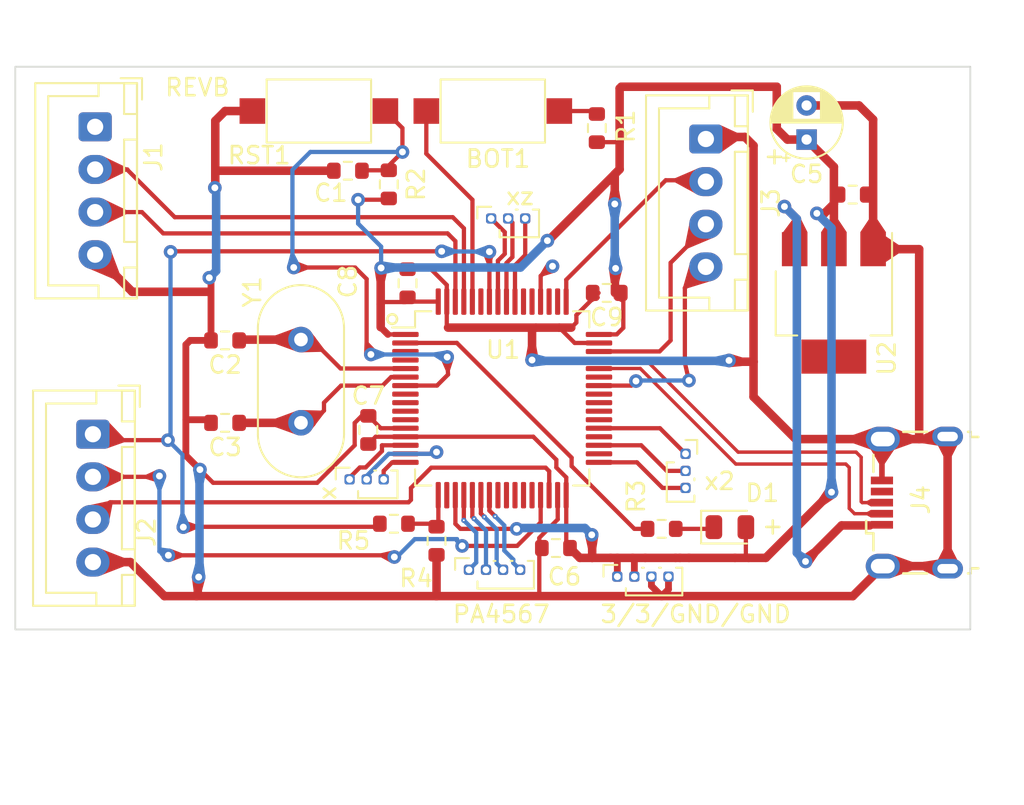
<source format=kicad_pcb>
(kicad_pcb (version 20230410) (generator pcbnew)
  (layers (0 "F.Cu" signal) (31 "B.Cu" signal) (34 "B.Paste" user) (35 "F.Paste" user) (36 "B.SilkS" user "B.Silkscreen") (37 "F.SilkS" user "F.Silkscreen") (38 "B.Mask" user) (39 "F.Mask" user) (44 "Edge.Cuts" user))
  (net 0 "")
  (net 1 "+3.3V")
  (net 2 "Net-(U1-PC13)")
  (net 5 "Net-(U1-PF0)")
  (net 6 "Net-(U1-PF1)")
  (net 7 "Net-(U1-NRST)")
  (net 12 "GND")
  (net 13 "unconnected-(U1-PA0-Pad14)")
  (net 14 "unconnected-(U1-PA1-Pad15)")
  (net 15 "unconnected-(U1-PA2-Pad16)")
  (net 16 "Net-(U1-PA3)")
  (net 18 "unconnected-(U1-PA4-Pad20)")
  (net 19 "unconnected-(U1-PA5-Pad21)")
  (net 20 "unconnected-(U1-PA6-Pad22)")
  (net 21 "unconnected-(U1-PA7-Pad23)")
  (net 27 "OUT_UART_TX")
  (net 28 "OUT_UART_RX")
  (net 29 "unconnected-(U1-PB12-Pad33)")
  (net 32 "unconnected-(U1-PC6-Pad37)")
  (net 37 "UART_TX")
  (net 39 "D-")
  (net 40 "D+")
  (net 41 "SWDIO")
  (net 42 "SWDCLK")
  (net 45 "unconnected-(U1-PC11-Pad52)")
  (net 48 "unconnected-(U1-PB3-Pad55)")
  (net 49 "unconnected-(U1-PB4-Pad56)")
  (net 50 "unconnected-(U1-PB5-Pad57)")
  (net 51 "INOUT_NRESET")
  (net 53 "Net-(U1-BOOT0)")
  (net 54 "OUT_SWDIO")
  (net 55 "OUT_SWDCLK")
  (net 56 "Net-(D1-K)")
  (net 57 "Net-(J4-VBUS)")
  (net 60 "Net-(BOT1-Pad1)")
  (net 61 "IN_FORCE_DFU")
  (footprint "Connector_USB:USB_Micro-B_Wuerth_629105150521" (layer "F.Cu") (at 154.717184 92.561501 90)
    (fp_text reference "J4")
    (fp_text value "USB_OTG")
  )
  (footprint "Resistor_SMD:R_0603_1608Metric" (layer "F.Cu") (at 139.9 94.1)
    (fp_text reference "R3")
    (fp_text value "330")
  )
  (footprint "Resistor_SMD:R_0603_1608Metric" (layer "F.Cu") (at 151.1 74.5)
    (fp_text reference "C5")
    (fp_text value "100n")
  )
  (footprint "Connector_PinSocket_1.00mm:PinSocket_1x04_P1.00mm_Vertical" (layer "F.Cu") (at 137.3 96.9 90)
    (fp_text reference "3/3/GND/GND")
    (fp_text value "PinSocket_1x04_P1.00mm_Vertical")
  )
  (footprint "Resistor_SMD:R_0603_1608Metric" (layer "F.Cu") (at 133.7 95.225 180)
    (fp_text reference "C6")
    (fp_text value "100n")
  )
  (footprint "Resistor_SMD:R_0603_1608Metric" (layer "F.Cu") (at 136.1 70.6 90)
    (fp_text reference "R1")
    (fp_text value "10k")
  )
  (footprint "Button_Switch_SMD:SW_SPST_CK_RS282G05A3" (layer "F.Cu") (at 119.8 69.6 180)
    (fp_text reference "RST1")
    (fp_text value "SW_DIP_x01")
  )
  (footprint "Resistor_SMD:R_0603_1608Metric" (layer "F.Cu") (at 122.7 88.3 90)
    (fp_text reference "C7")
    (fp_text value "100n")
  )
  (footprint "Package_TO_SOT_SMD:SOT-223" (layer "F.Cu") (at 150 80.85 -90)
    (fp_text reference "U2")
    (fp_text value "LM1117-3.3")
  )
  (footprint "Button_Switch_SMD:SW_SPST_CK_RS282G05A3" (layer "F.Cu") (at 130 69.6 180)
    (fp_text reference "BOT1")
    (fp_text value "SW_DIP_x01")
  )
  (footprint "Connector_JST:JST_XH_B4B-XH-A_1x04_P2.50mm_Vertical" (layer "F.Cu") (at 106.55 88.55 -90)
    (fp_text reference "J2")
    (fp_text value "BMP Debug2")
  )
  (footprint "Resistor_SMD:R_0603_1608Metric" (layer "F.Cu") (at 121.5 73.1 180)
    (fp_text reference "C1")
    (fp_text value "100n")
  )
  (footprint "Diode_SMD:D_0805_2012Metric" (layer "F.Cu") (at 143.9 94)
    (fp_text reference "D1")
    (fp_text value "LED")
  )
  (footprint "Resistor_SMD:R_0603_1608Metric" (layer "F.Cu") (at 126.7 94.8 90)
    (fp_text reference "R4")
    (fp_text value "1k")
  )
  (footprint "Connector_PinSocket_1.00mm:PinSocket_1x04_P1.00mm_Vertical" (layer "F.Cu") (at 128.6 96.5 90)
    (fp_text reference "PA4567")
    (fp_text value "PinSocket_1x04_P1.00mm_Vertical")
  )
  (footprint "Connector_PinSocket_1.00mm:PinSocket_1x03_P1.00mm_Vertical" (layer "F.Cu") (at 141.3 89.7)
    (fp_text reference "x2")
    (fp_text value "PinSocket_1x03_P1.00mm_Vertical")
  )
  (footprint "Capacitor_THT:CP_Radial_D4.0mm_P2.00mm" (layer "F.Cu") (at 148.4 71.2726 90)
    (fp_text reference "C4" hide)
    (fp_text value "100u")
  )
  (footprint "Connector_PinSocket_1.00mm:PinSocket_1x03_P1.00mm_Vertical" (layer "F.Cu") (at 121.6 91.2 90)
    (fp_text reference "x")
    (fp_text value "PinSocket_1x03_P1.00mm_Vertical")
  )
  (footprint "Resistor_SMD:R_0603_1608Metric" (layer "F.Cu") (at 125 79.7 90)
    (fp_text reference "C8")
    (fp_text value "100n")
  )
  (footprint "Resistor_SMD:R_0603_1608Metric" (layer "F.Cu") (at 123.9 73.9 90)
    (fp_text reference "R2")
    (fp_text value "10k")
  )
  (footprint "Resistor_SMD:R_0603_1608Metric" (layer "F.Cu") (at 114.3 87.884 180)
    (fp_text reference "C3")
    (fp_text value "10pf")
  )
  (footprint "Connector_JST:JST_XH_B4B-XH-A_1x04_P2.50mm_Vertical" (layer "F.Cu") (at 106.68 70.525 -90)
    (fp_text reference "J1")
    (fp_text value "BMP Debug1")
  )
  (footprint "Resistor_SMD:R_0603_1608Metric" (layer "F.Cu") (at 136.68 80.264 180)
    (fp_text reference "C9")
    (fp_text value "100n")
  )
  (footprint "Crystal:Crystal_HC49-U_Vertical" (layer "F.Cu") (at 118.75 83 -90)
    (fp_text reference "Y1")
    (fp_text value "Crystal")
  )
  (footprint "Resistor_SMD:R_0603_1608Metric" (layer "F.Cu") (at 114.3 83.05 180)
    (fp_text reference "C2")
    (fp_text value "10pf")
  )
  (footprint "Resistor_SMD:R_0603_1608Metric" (layer "F.Cu") (at 124.2 93.8)
    (fp_text reference "R5")
    (fp_text value "1k")
  )
  (footprint "Package_QFP:LQFP-64_10x10mm_P0.5mm" (layer "F.Cu") (at 130.55 86.45)
    (fp_text reference "U1")
    (fp_text value "CH32V303RCT6")
  )
  (footprint "Connector_PinSocket_1.00mm:PinSocket_1x03_P1.00mm_Vertical" (layer "F.Cu") (at 129.9 75.9 90)
    (fp_text reference "xz")
    (fp_text value "PinSocket_1x03_P1.00mm_Vertical")
  )
  (footprint "Connector_JST:JST_XH_B4B-XH-A_1x04_P2.50mm_Vertical" (layer "F.Cu") (at 142.494 71.24 -90)
    (fp_text reference "J3")
    (fp_text value "Debug port")
  )
  (gr_circle (center 124.1 81.8) (end 123.9 81.6) (stroke (width 0.15)) (fill none) (layer "F.SilkS"))
  (gr_rect (start 102 67) (end 158 100) (stroke (width 0.1)) (fill none) (layer "Edge.Cuts"))
  (gr_text "+" (at 145.7 94.5) (layer "F.SilkS") (effects (font (size 1 1)) (justify left bottom)))
  (gr_text "REVB\n" (at 110.7 68.8) (layer "F.SilkS") (effects (font (size 1 1)) (justify left bottom)))
  (gr_text "+" (at 145.8 72.8) (layer "F.SilkS") (effects (font (size 1 1)) (justify left bottom)))
  (segment (start 144.8375 94) (end 144.8375 95.6395) (width 0.25) (layer "F.Cu") (net 1))
  (segment (start 124.875 80.8) (end 123.55 80.8) (width 0.25) (layer "F.Cu") (net 1))
  (segment (start 147.2726 71.2726) (end 146.65 70.65) (width 0.5) (layer "F.Cu") (net 1))
  (segment (start 137.16 78.865) (end 137.2 78.825) (width 0.25) (layer "F.Cu") (net 1))
  (segment (start 136.906 95.802) (end 135.825 95.802) (width 0.5) (layer "F.Cu") (net 1))
  (segment (start 136.231 82.697) (end 137.267 82.697) (width 0.25) (layer "F.Cu") (net 1))
  (segment (start 144.2 95.802) (end 141.5 95.802) (width 0.5) (layer "F.Cu") (net 1))
  (segment (start 123.425 78.825) (end 123.45 78.8) (width 0.25) (layer "F.Cu") (net 1))
  (segment (start 137.435 71.4) (end 137.435 68.275) (width 0.5) (layer "F.Cu") (net 1))
  (segment (start 150 72.8726) (end 148.4 71.2726) (width 0.5) (layer "F.Cu") (net 1))
  (segment (start 141.5 95.802) (end 140.97 95.802) (width 0.5) (layer "F.Cu") (net 1))
  (segment (start 149.86 91.948) (end 146.006 95.802) (width 0.5) (layer "F.Cu") (net 1))
  (segment (start 123.847 82.697) (end 123.425 82.275) (width 0.4) (layer "F.Cu") (net 1))
  (segment (start 135.8 94.45) (end 135.7 94.45) (width 0.5) (layer "F.Cu") (net 1))
  (segment (start 138.938 95.802) (end 138.2 95.802) (width 0.5) (layer "F.Cu") (net 1))
  (segment (start 135.825 94.575) (end 135.8 94.55) (width 0.5) (layer "F.Cu") (net 1))
  (segment (start 138.2 95.802) (end 137.3 95.802) (width 0.5) (layer "F.Cu") (net 1))
  (segment (start 135.7 94.45) (end 135.725 94.475) (width 0.5) (layer "F.Cu") (net 1))
  (segment (start 125.25 80.775) (end 126.8 80.775) (width 0.25) (layer "F.Cu") (net 1))
  (segment (start 123.425 78.775) (end 123.425 78.75) (width 0.25) (layer "F.Cu") (net 1))
  (segment (start 123.825 74.8) (end 123.9 74.725) (width 0.25) (layer "F.Cu") (net 1))
  (segment (start 137.2 78.825) (end 137.16 78.785) (width 0.25) (layer "F.Cu") (net 1))
  (segment (start 140.97 95.802) (end 140.716 95.802) (width 0.5) (layer "F.Cu") (net 1))
  (segment (start 150 75.044) (end 150 72.8726) (width 0.5) (layer "F.Cu") (net 1))
  (segment (start 128.1 94.1) (end 131.4 94.1) (width 0.25) (layer "F.Cu") (net 1))
  (segment (start 137.435 73.015) (end 137.435 71.4) (width 0.5) (layer "F.Cu") (net 1))
  (segment (start 148.4 71.2726) (end 147.2726 71.2726) (width 0.5) (layer "F.Cu") (net 1))
  (segment (start 124.875 88.7) (end 123.129 88.7) (width 0.25) (layer "F.Cu") (net 1))
  (segment (start 137.3 96.9) (end 137.3 95.802) (width 0.4) (layer "F.Cu") (net 1))
  (segment (start 145 95.802) (end 144.2 95.802) (width 0.5) (layer "F.Cu") (net 1))
  (segment (start 135.8 94.55) (end 135.8 94.45) (width 0.5) (layer "F.Cu") (net 1))
  (segment (start 134.306 91.085312) (end 134.306 95.006) (width 0.25) (layer "F.Cu") (net 1))
  (segment (start 146.65 70.65) (end 146.65 68.175) (width 0.5) (layer "F.Cu") (net 1))
  (segment (start 137.16 80.264) (end 137.16 78.865) (width 0.5) (layer "F.Cu") (net 1))
  (segment (start 134.306 95.006) (end 134.525 95.225) (width 0.25) (layer "F.Cu") (net 1))
  (segment (start 123.45 78.8) (end 123.425 78.775) (width 0.25) (layer "F.Cu") (net 1))
  (segment (start 137.15 73.3) (end 137.435 73.015) (width 0.5) (layer "F.Cu") (net 1))
  (segment (start 150 77.7) (end 150 75.044) (width 0.5) (layer "F.Cu") (net 1))
  (segment (start 123.425 82.275) (end 123.425 80.925) (width 0.5) (layer "F.Cu") (net 1))
  (segment (start 127.806 92.122) (end 127.806 93.806) (width 0.25) (layer "F.Cu") (net 1))
  (segment (start 127.806 93.806) (end 128.1 94.1) (width 0.25) (layer "F.Cu") (net 1))
  (segment (start 133.25 77.2) (end 136.075 74.375) (width 0.5) (layer "F.Cu") (net 1))
  (segment (start 135.825 95.802) (end 135.825 94.575) (width 0.5) (layer "F.Cu") (net 1))
  (segment (start 125 80.525) (end 125.25 80.775) (width 0.25) (layer "F.Cu") (net 1))
  (segment (start 137.267 82.697) (end 137.6515 82.3125) (width 0.25) (layer "F.Cu") (net 1))
  (segment (start 122.1 74.8) (end 123.825 74.8) (width 0.25) (layer "F.Cu") (net 1))
  (segment (start 137.535 68.175) (end 137.435 68.275) (width 0.5) (layer "F.Cu") (net 1))
  (segment (start 137.41 71.425) (end 137.435 71.4) (width 0.25) (layer "F.Cu") (net 1))
  (segment (start 144.8375 95.6395) (end 145 95.802) (width 0.25) (layer "F.Cu") (net 1))
  (segment (start 138.3 95.902) (end 138.2 95.802) (width 0.25) (layer "F.Cu") (net 1))
  (segment (start 136.075 74.375) (end 137.435 73.015) (width 0.5) (layer "F.Cu") (net 1))
  (segment (start 133.725 90.05) (end 133.725 90.504312) (width 0.25) (layer "F.Cu") (net 1))
  (segment (start 146.65 68.175) (end 137.535 68.175) (width 0.5) (layer "F.Cu") (net 1))
  (segment (start 137.3 95.802) (end 136.906 95.802) (width 0.5) (layer "F.Cu") (net 1))
  (segment (start 136.1 71.425) (end 137.41 71.425) (width 0.25) (layer "F.Cu") (net 1))
  (segment (start 149 75.6) (end 149.444 75.6) (width 0.5) (layer "F.Cu") (net 1))
  (segment (start 134.525 95.225) (end 135.102 95.802) (width 0.5) (layer "F.Cu") (net 1))
  (segment (start 137.6515 80.7555) (end 137.16 80.264) (width 0.25) (layer "F.Cu") (net 1))
  (segment (start 132.372 88.697) (end 133.725 90.05) (width 0.25) (layer "F.Cu") (net 1))
  (segment (start 124.881 82.697) (end 123.847 82.697) (width 0.25) (layer "F.Cu") (net 1))
  (segment (start 146.006 95.802) (end 145 95.802) (width 0.5) (layer "F.Cu") (net 1))
  (segment (start 138.3 96.9) (end 138.3 95.902) (width 0.4) (layer "F.Cu") (net 1))
  (segment (start 149.444 75.6) (end 150 75.044) (width 0.5) (layer "F.Cu") (net 1))
  (segment (start 123.129 88.7) (end 123.049 88.78) (width 0.25) (layer "F.Cu") (net 1))
  (segment (start 137.15 75.05) (end 137.15 73.3) (width 0.5) (layer "F.Cu") (net 1))
  (segment (start 123.425 80.925) (end 123.425 78.825) (width 0.5) (layer "F.Cu") (net 1))
  (segment (start 135.102 95.802) (end 135.825 95.802) (width 0.5) (layer "F.Cu") (net 1))
  (segment (start 123.425 78.75) (end 123.45 78.725) (width 0.25) (layer "F.Cu") (net 1))
  (segment (start 123.55 80.8) (end 123.425 80.925) (width 0.25) (layer "F.Cu") (net 1))
  (segment (start 124.881 88.697) (end 132.372 88.697) (width 0.25) (layer "F.Cu") (net 1))
  (segment (start 133.725 90.504312) (end 134.306 91.085312) (width 0.25) (layer "F.Cu") (net 1))
  (segment (start 140.716 95.802) (end 138.938 95.802) (width 0.5) (layer "F.Cu") (net 1))
  (segment (start 137.6515 82.3125) (end 137.6515 80.7555) (width 0.25) (layer "F.Cu") (net 1))
  (via (at 123.45 78.8) (size 0.8) (drill 0.4) (layers "F.Cu" "B.Cu") (net 1))
  (via (at 131.4 94.1) (size 0.8) (drill 0.4) (layers "F.Cu" "B.Cu") (net 1))
  (via (at 149 75.6) (size 0.8) (drill 0.4) (layers "F.Cu" "B.Cu") (net 1))
  (via (at 149.86 91.948) (size 0.8) (drill 0.4) (layers "F.Cu" "B.Cu") (net 1))
  (via (at 137.15 75.05) (size 0.8) (drill 0.4) (layers "F.Cu" "B.Cu") (net 1))
  (via (at 137.2 78.825) (size 0.8) (drill 0.4) (layers "F.Cu" "B.Cu") (net 1))
  (via (at 122.1 74.8) (size 0.8) (drill 0.4) (layers "F.Cu" "B.Cu") (net 1))
  (via (at 135.8 94.45) (size 0.8) (drill 0.4) (layers "F.Cu" "B.Cu") (net 1))
  (via (at 133.2 77.2) (size 0.8) (drill 0.4) (layers "F.Cu" "B.Cu") (net 1))
  (segment (start 123.55 78.775) (end 123.575 78.775) (width 0.25) (layer "B.Cu") (net 1))
  (segment (start 122.1 76.2) (end 122.1 74.8) (width 0.25) (layer "B.Cu") (net 1))
  (segment (start 135.4 94.05) (end 131.45 94.05) (width 0.5) (layer "B.Cu") (net 1))
  (segment (start 133.2 77.2) (end 131.625 78.775) (width 0.5) (layer "B.Cu") (net 1))
  (segment (start 149.86 76.46) (end 149 75.6) (width 0.5) (layer "B.Cu") (net 1))
  (segment (start 123.6 78.775) (end 123.45 78.75) (width 0.25) (layer "B.Cu") (net 1))
  (segment (start 123.45 78.75) (end 123.55 78.775) (width 0.25) (layer "B.Cu") (net 1))
  (segment (start 149.86 91.948) (end 149.86 76.46) (width 0.5) (layer "B.Cu") (net 1))
  (segment (start 123.45 78.8) (end 123.45 77.55) (width 0.25) (layer "B.Cu") (net 1))
  (segment (start 131.45 94.05) (end 131.4 94.1) (width 0.5) (layer "B.Cu") (net 1))
  (segment (start 135.8 94.45) (end 135.4 94.05) (width 0.5) (layer "B.Cu") (net 1))
  (segment (start 123.45 77.55) (end 122.1 76.2) (width 0.25) (layer "B.Cu") (net 1))
  (segment (start 137.15 75.05) (end 137.15 78.8) (width 0.5) (layer "B.Cu") (net 1))
  (segment (start 131.625 78.775) (end 123.6 78.775) (width 0.5) (layer "B.Cu") (net 1))
  (segment (start 127.891022 83.197) (end 134.62 89.925978) (width 0.25) (layer "F.Cu") (net 2))
  (segment (start 124.881 83.197) (end 127.891022 83.197) (width 0.25) (layer "F.Cu") (net 2))
  (segment (start 138.3 94.1) (end 139.075 94.1) (width 0.25) (layer "F.Cu") (net 2))
  (segment (start 134.62 89.925978) (end 134.62 90.42) (width 0.25) (layer "F.Cu") (net 2))
  (segment (start 134.62 90.42) (end 138.3 94.1) (width 0.25) (layer "F.Cu") (net 2))
  (segment (start 121.073 84.697) (end 124.881 84.697) (width 0.25) (layer "F.Cu") (net 5))
  (segment (start 119.38 83.004) (end 115.171 83.004) (width 0.5) (layer "F.Cu") (net 5))
  (segment (start 115.171 83.004) (end 115.125 83.05) (width 0.5) (layer "F.Cu") (net 5))
  (segment (start 119.38 83.004) (end 121.073 84.697) (width 0.25) (layer "F.Cu") (net 5))
  (segment (start 121.1 85.7) (end 123.534315 85.7) (width 0.25) (layer "F.Cu") (net 6))
  (segment (start 119.38 87.884) (end 120.1 87.164) (width 0.25) (layer "F.Cu") (net 6))
  (segment (start 120.1 86.7) (end 121.1 85.7) (width 0.25) (layer "F.Cu") (net 6))
  (segment (start 115.46 87.884) (end 119.38 87.884) (width 0.5) (layer "F.Cu") (net 6))
  (segment (start 124.037315 85.197) (end 124.881 85.197) (width 0.25) (layer "F.Cu") (net 6))
  (segment (start 120.1 87.164) (end 120.1 86.7) (width 0.25) (layer "F.Cu") (net 6))
  (segment (start 123.534315 85.7) (end 124.037315 85.197) (width 0.25) (layer "F.Cu") (net 6))
  (segment (start 124.881 85.697) (end 126.728 85.697) (width 0.25) (layer "F.Cu") (net 7))
  (segment (start 124.7 72) (end 124.7 70.6) (width 0.25) (layer "F.Cu") (net 7))
  (segment (start 122.35 73.075) (end 122.325 73.1) (width 0.25) (layer "F.Cu") (net 7))
  (segment (start 122.6 79.45) (end 122.6 83.8625) (width 0.25) (layer "F.Cu") (net 7))
  (segment (start 127.375 85.05) (end 127.325 84.025) (width 0.25) (layer "F.Cu") (net 7))
  (segment (start 122.875 83.85) (end 122.85 83.875) (width 0.25) (layer "F.Cu") (net 7))
  (segment (start 123.9 72.8) (end 124.7 72) (width 0.25) (layer "F.Cu") (net 7))
  (segment (start 123.9 73.075) (end 123.9 72.8) (width 0.25) (layer "F.Cu") (net 7))
  (segment (start 121.925 78.775) (end 122.6 79.45) (width 0.25) (layer "F.Cu") (net 7))
  (segment (start 118.325 78.775) (end 121.925 78.775) (width 0.25) (layer "F.Cu") (net 7))
  (segment (start 126.728 85.697) (end 127.375 85.05) (width 0.25) (layer "F.Cu") (net 7))
  (segment (start 127.325 84.025) (end 127.375 84.025) (width 0.25) (layer "F.Cu") (net 7))
  (segment (start 122.85 83.875) (end 122.875 83.9) (width 0.25) (layer "F.Cu") (net 7))
  (segment (start 123.9 73.075) (end 122.35 73.075) (width 0.25) (layer "F.Cu") (net 7))
  (segment (start 124.7 70.6) (end 123.7 69.6) (width 0.25) (layer "F.Cu") (net 7))
  (via (at 124.7 72) (size 0.8) (drill 0.4) (layers "F.Cu" "B.Cu") (net 7))
  (via (at 118.325 78.775) (size 0.8) (drill 0.4) (layers "F.Cu" "B.Cu") (net 7))
  (via (at 127.325 84.025) (size 0.8) (drill 0.4) (layers "F.Cu" "B.Cu") (net 7))
  (via (at 122.85 83.875) (size 0.8) (drill 0.4) (layers "F.Cu" "B.Cu") (net 7))
  (segment (start 127.375 83.975) (end 127.3 83.9) (width 0.25) (layer "B.Cu") (net 7))
  (segment (start 122.85 83.875) (end 127.275 83.875) (width 0.25) (layer "B.Cu") (net 7))
  (segment (start 118.25 78.7) (end 118.325 78.775) (width 0.25) (layer "B.Cu") (net 7))
  (segment (start 118.25 73.05) (end 118.25 78.7) (width 0.25) (layer "B.Cu") (net 7))
  (segment (start 118.25 73.05) (end 119.3 72) (width 0.25) (layer "B.Cu") (net 7))
  (segment (start 127.275 83.875) (end 127.375 83.975) (width 0.25) (layer "B.Cu") (net 7))
  (segment (start 119.3 72) (end 124.7 72) (width 0.25) (layer "B.Cu") (net 7))
  (segment (start 123.049 87.82) (end 123.429 88.2) (width 0.25) (layer "F.Cu") (net 12))
  (segment (start 136.2 80.264) (end 134.9 81.564) (width 0.25) (layer "F.Cu") (net 12))
  (segment (start 139.9 98.044) (end 139.3 97.444) (width 0.4) (layer "F.Cu") (net 12))
  (segment (start 125 78.875) (end 126.373 78.875) (width 0.25) (layer "F.Cu") (net 12))
  (segment (start 134.8 83.2) (end 133.9 82.3) (width 0.25) (layer "F.Cu") (net 12))
  (segment (start 122.7 87.475) (end 122.315 87.475) (width 0.25) (layer "F.Cu") (net 12))
  (segment (start 113.475 79.475) (end 113.375 79.375) (width 0.4) (layer "F.Cu") (net 12))
  (segment (start 112 89.8) (end 112.825 90.625) (width 0.4) (layer "F.Cu") (net 12))
  (segment (start 145.288 86.36) (end 147.764501 88.836501) (width 0.5) (layer "F.Cu") (net 12))
  (segment (start 132.525 82.3) (end 133.9 82.3) (width 0.5) (layer "F.Cu") (net 12))
  (segment (start 114.3 69.6) (end 115.9 69.6) (width 0.5) (layer "F.Cu") (net 12))
  (segment (start 113.291 87.7) (end 112 87.7) (width 0.4) (layer "F.Cu") (net 12))
  (segment (start 127.3 79.802) (end 127.3 80.775) (width 0.25) (layer "F.Cu") (net 12))
  (segment (start 145.288 84.3) (end 143.924 84.3) (width 0.5) (layer "F.Cu") (net 12))
  (segment (start 126.675 98.044) (end 112.625 98.044) (width 0.5) (layer "F.Cu") (net 12))
  (segment (start 152.817184 91.261501) (end 152.817184 88.886501) (width 0.33) (layer "F.Cu") (net 12))
  (segment (start 145.288 84.3) (end 145.288 86.36) (width 0.5) (layer "F.Cu") (net 12))
  (segment (start 144.78 71.12) (end 142.805 71.12) (width 0.5) (layer "F.Cu") (net 12))
  (segment (start 122.315 87.475) (end 121.9 87.89) (width 0.25) (layer "F.Cu") (net 12))
  (segment (start 132.3 84.2) (end 132.3 82.525) (width 0.5) (layer "F.Cu") (net 12))
  (segment (start 152.867184 96.286501) (end 156.517184 96.286501) (width 0.5) (layer "F.Cu") (net 12))
  (segment (start 152.567184 89.136501) (end 152.867184 88.836501) (width 0.25) (layer "F.Cu") (net 12))
  (segment (start 127.375 82.3) (end 132.525 82.3) (width 0.5) (layer "F.Cu") (net 12))
  (segment (start 110.744 98.044) (end 108.75 96.05) (width 0.5) (layer "F.Cu") (net 12))
  (segment (start 113.3 80.2) (end 108.855 80.2) (width 0.5) (layer "F.Cu") (net 12))
  (segment (start 120.5875 73.1) (end 113.8125 73.1) (width 0.5) (layer "F.Cu") (net 12))
  (segment (start 113.725 70.175) (end 114.3 69.6) (width 0.5) (layer "F.Cu") (net 12))
  (segment (start 148.4 69.2726) (end 151.4726 69.2726) (width 0.5) (layer "F.Cu") (net 12))
  (segment (start 152.817184 88.886501) (end 152.867184 88.836501) (width 0.25) (layer "F.Cu") (net 12))
  (segment (start 113.475 83.05) (end 112.25 83.05) (width 0.4) (layer "F.Cu") (net 12))
  (segment (start 132.3 82.525) (end 132.525 82.3) (width 0.25) (layer "F.Cu") (net 12))
  (segment (start 143.924 84.3) (end 143.849 84.225) (width 0.5) (layer "F.Cu") (net 12))
  (segment (start 127.3 80.775) (end 127.3 82.225) (width 0.25) (layer "F.Cu") (net 12))
  (segment (start 155 88.836501) (end 155 77.7) (width 0.5) (layer "F.Cu") (net 12))
  (segment (start 126.7 95.625) (end 126.7 98.05) (width 0.5) (layer "F.Cu") (net 12))
  (segment (start 156.517184 96.286501) (end 156.667184 96.436501) (width 0.25) (layer "F.Cu") (net 12))
  (segment (start 112.7 97.275) (end 112.7 97.969) (width 0.5) (layer "F.Cu") (net 12))
  (segment (start 112.725 90.625) (end 112.8 90.55) (width 0.25) (layer "F.Cu") (net 12))
  (segment (start 147.764501 88.836501) (end 152.867184 88.836501) (width 0.5) (layer "F.Cu") (net 12))
  (segment (start 112 87.7) (end 112 89.8) (width 0.4) (layer "F.Cu") (net 12))
  (segment (start 156.667184 88.686501) (end 156.667184 96.436501) (width 0.5) (layer "F.Cu") (net 12))
  (segment (start 108.75 96.05) (end 106.55 96.05) (width 0.5) (layer "F.Cu") (net 12))
  (segment (start 152.3 70.1) (end 152.3 77.7) (width 0.5) (layer "F.Cu") (net 12))
  (segment (start 145.288 84.3) (end 145.288 71.628) (width 0.5) (layer "F.Cu") (net 12))
  (segment (start 134.9 82) (end 134.6 82.3) (width 0.25) (layer "F.Cu") (net 12))
  (segment (start 139.9 98.044) (end 126.675 98.044) (width 0.5) (layer "F.Cu") (net 12))
  (segment (start 136.225 83.2) (end 134.8 83.2) (width 0.25) (layer "F.Cu") (net 12))
  (segment (start 152.867184 88.836501) (end 156.517184 88.836501) (width 0.5) (layer "F.Cu") (net 12))
  (segment (start 123.429 88.2) (end 124.875 88.2) (width 0.25) (layer "F.Cu") (net 12))
  (segment (start 112 83.3) (end 112 87.7) (width 0.4) (layer "F.Cu") (net 12))
  (segment (start 145.288 71.628) (end 144.78 71.12) (width 0.5) (layer "F.Cu") (net 12))
  (segment (start 112.625 98.044) (end 110.744 98.044) (width 0.5) (layer "F.Cu") (net 12))
  (segment (start 112.825 90.625) (end 112.725 90.625) (width 0.25) (layer "F.Cu") (net 12))
  (segment (start 133.9 82.3) (end 134.6 82.3) (width 0.5) (layer "F.Cu") (net 12))
  (segment (start 140.3 97.644) (end 139.9 98.044) (width 0.4) (layer "F.Cu") (net 12))
  (segment (start 139.3 97.444) (end 139.3 96.9) (width 0.4) (layer "F.Cu") (net 12))
  (segment (start 113.725 74.1) (end 113.725 70.175) (width 0.5) (layer "F.Cu") (net 12))
  (segment (start 121.9 89.2) (end 119.7 91.4) (width 0.25) (layer "F.Cu") (net 12))
  (segment (start 108.855 80.2) (end 106.68 78.025) (width 0.5) (layer "F.Cu") (net 12))
  (segment (start 113.475 87.884) (end 113.291 87.7) (width 0.4) (layer "F.Cu") (net 12))
  (segment (start 113.6 91.4) (end 112.825 90.625) (width 0.25) (layer "F.Cu") (net 12))
  (segment (start 133.806 93.544) (end 132.725 94.625) (width 0.25) (layer "F.Cu") (net 12))
  (segment (start 139.9 98.044) (end 151.109685 98.044) (width 0.5) (layer "F.Cu") (net 12))
  (segment (start 133.806 92.122) (end 133.806 93.544) (width 0.25) (layer "F.Cu") (net 12))
  (segment (start 121.9 87.89) (end 121.9 89.2) (width 0.25) (layer "F.Cu") (net 12))
  (segment (start 151.109685 98.044) (end 152.867184 96.286501) (width 0.5) (layer "F.Cu") (net 12))
  (segment (start 155 77.7) (end 152.3 77.7) (width 0.5) (layer "F.Cu") (net 12))
  (segment (start 112.25 83.05) (end 112 83.3) (width 0.4) (layer "F.Cu") (net 12))
  (segment (start 156.517184 88.836501) (end 156.667184 88.686501) (width 0.25) (layer "F.Cu") (net 12))
  (segment (start 132.725 94.653) (end 132.725 97.947) (width 0.25) (layer "F.Cu") (net 12))
  (segment (start 126.373 78.875) (end 127.3 79.802) (width 0.25) (layer "F.Cu") (net 12))
  (segment (start 119.7 91.4) (end 113.6 91.4) (width 0.25) (layer "F.Cu") (net 12))
  (segment (start 113.475 83.05) (end 113.475 79.475) (width 0.4) (layer "F.Cu") (net 12))
  (segment (start 112.825 90.525) (end 112.825 90.625) (width 0.25) (layer "F.Cu") (net 12))
  (segment (start 140.3 96.9) (end 140.3 97.644) (width 0.4) (layer "F.Cu") (net 12))
  (segment (start 134.9 81.564) (end 134.9 82) (width 0.25) (layer "F.Cu") (net 12))
  (segment (start 112.7 97.969) (end 112.625 98.044) (width 0.5) (layer "F.Cu") (net 12))
  (segment (start 151.4726 69.2726) (end 152.3 70.1) (width 0.5) (layer "F.Cu") (net 12))
  (via (at 143.849 84.225) (size 0.8) (drill 0.4) (layers "F.Cu" "B.Cu") (net 12))
  (via (at 132.3 84.2) (size 0.8) (drill 0.4) (layers "F.Cu" "B.Cu") (net 12))
  (via (at 113.7 74.1) (size 0.8) (drill 0.4) (layers "F.Cu" "B.Cu") (net 12))
  (via (at 112.825 90.625) (size 0.8) (drill 0.4) (layers "F.Cu" "B.Cu") (net 12))
  (via (at 113.375 79.375) (size 0.8) (drill 0.4) (layers "F.Cu" "B.Cu") (net 12))
  (via locked (at 112.75 96.925) (size 0.8) (drill 0.4) (layers "F.Cu" "B.Cu") (net 12))
  (segment (start 132.3 84.2) (end 132.3 84.15) (width 0.25) (layer "B.Cu") (net 12))
  (segment (start 132.35 84.2) (end 132.3 84.2) (width 0.25) (layer "B.Cu") (net 12))
  (segment (start 112.8 90.9) (end 112.8 96.625) (width 0.5) (layer "B.Cu") (net 12))
  (segment (start 143.849 84.225) (end 143.824 84.25) (width 0.5) (layer "B.Cu") (net 12))
  (segment (start 132.3 84.15) (end 132.375 84.225) (width 0.25) (layer "B.Cu") (net 12))
  (segment (start 113.775 78.975) (end 113.775 74.15) (width 0.5) (layer "B.Cu") (net 12))
  (segment (start 132.4 84.25) (end 132.375 84.225) (width 0.5) (layer "B.Cu") (net 12))
  (segment (start 113.375 79.375) (end 113.775 78.975) (width 0.5) (layer "B.Cu") (net 12))
  (segment (start 143.824 84.25) (end 132.4 84.25) (width 0.5) (layer "B.Cu") (net 12))
  (segment (start 113.775 74.15) (end 113.725 74.1) (width 0.5) (layer "B.Cu") (net 12))
  (segment (start 122.2 90.5) (end 121.6 91.1) (width 0.25) (layer "F.Cu") (net 13))
  (segment (start 122.542462 90.5) (end 122.2 90.5) (width 0.25) (layer "F.Cu") (net 13))
  (segment (start 121.6 91.1) (end 121.6 91.2) (width 0.25) (layer "F.Cu") (net 13))
  (segment (start 124.875 89.2) (end 123.5 89.2) (width 0.25) (layer "F.Cu") (net 13))
  (segment (start 123.5 89.2) (end 123.5 89.542462) (width 0.25) (layer "F.Cu") (net 13))
  (segment (start 123.5 89.542462) (end 122.542462 90.5) (width 0.25) (layer "F.Cu") (net 13))
  (segment (start 124.875 89.7) (end 126.5 89.7) (width 0.25) (layer "F.Cu") (net 14))
  (via (at 126.7 89.6) (size 0.8) (drill 0.4) (layers "F.Cu" "B.Cu") (net 14))
  (segment (start 123.9 89.7) (end 122.6 91) (width 0.25) (layer "B.Cu") (net 14))
  (segment (start 126.5 89.7) (end 123.9 89.7) (width 0.25) (layer "B.Cu") (net 14))
  (segment (start 122.6 91) (end 122.6 91.2) (width 0.25) (layer "B.Cu") (net 14))
  (segment (start 124.1 90.2) (end 123.6 90.7) (width 0.25) (layer "F.Cu") (net 15))
  (segment (start 124.875 90.2) (end 124.1 90.2) (width 0.25) (layer "F.Cu") (net 15))
  (segment (start 123.6 90.7) (end 123.6 91.2) (width 0.25) (layer "F.Cu") (net 15))
  (segment (start 126.806 92.122) (end 126.806 93.924) (width 0.25) (layer "F.Cu") (net 16))
  (segment (start 125.1425 93.8) (end 126.4575 93.8) (width 0.25) (layer "F.Cu") (net 16))
  (segment (start 128.3 92.125) (end 128.3 93.6) (width 0.25) (layer "F.Cu") (net 18))
  (via micro (at 128.3 93.6) (size 0.3) (drill 0.1) (layers "F.Cu" "B.Cu") (net 18))
  (segment (start 129.025 96.075) (end 128.6 96.5) (width 0.25) (layer "B.Cu") (net 18))
  (segment (start 128.3 93.6) (end 129.025 94.325) (width 0.25) (layer "B.Cu") (net 18))
  (segment (start 129.025 94.325) (end 129.025 96.075) (width 0.25) (layer "B.Cu") (net 18))
  (segment (start 128.8 92.125) (end 128.8 93.4) (width 0.25) (layer "F.Cu") (net 19))
  (segment (start 128.8 93.4) (end 128.9 93.5) (width 0.25) (layer "F.Cu") (net 19))
  (via micro (at 128.9 93.5) (size 0.3) (drill 0.1) (layers "F.Cu" "B.Cu") (net 19))
  (segment (start 128.9 93.5) (end 129.6 94.2) (width 0.25) (layer "B.Cu") (net 19))
  (segment (start 129.6 94.2) (end 129.6 96.5) (width 0.25) (layer "B.Cu") (net 19))
  (segment (start 129.3 92.125) (end 129.3 93.2) (width 0.25) (layer "F.Cu") (net 20))
  (segment (start 129.3 93.2) (end 129.5 93.4) (width 0.25) (layer "F.Cu") (net 20))
  (via micro (at 129.5 93.4) (size 0.3) (drill 0.1) (layers "F.Cu" "B.Cu") (net 20))
  (segment (start 129.5 93.4) (end 130.225 94.125) (width 0.25) (layer "B.Cu") (net 20))
  (segment (start 130.225 94.125) (end 130.225 96.125) (width 0.25) (layer "B.Cu") (net 20))
  (segment (start 130.225 96.125) (end 130.6 96.5) (width 0.25) (layer "B.Cu") (net 20))
  (segment (start 129.8 93.028954) (end 130.135523 93.364477) (width 0.25) (layer "F.Cu") (net 21))
  (segment (start 129.8 92.125) (end 129.8 93.028954) (width 0.25) (layer "F.Cu") (net 21))
  (via micro (at 130.135523 93.364477) (size 0.3) (drill 0.1) (layers "F.Cu" "B.Cu") (net 21))
  (segment (start 131.2 96.1) (end 131.6 96.5) (width 0.25) (layer "B.Cu") (net 21))
  (segment (start 130.675 95.375) (end 131.2 95.9) (width 0.25) (layer "B.Cu") (net 21))
  (segment (start 130.135523 93.364477) (end 130.675 93.903954) (width 0.25) (layer "B.Cu") (net 21))
  (segment (start 130.675 93.903954) (end 130.675 95.375) (width 0.25) (layer "B.Cu") (net 21))
  (segment (start 131.2 95.9) (end 131.2 96.1) (width 0.25) (layer "B.Cu") (net 21))
  (segment (start 106.55 91.05) (end 110.4 91.05) (width 0.25) (layer "F.Cu") (net 27))
  (segment (start 128.2 95.1) (end 131.425305 95.1) (width 0.25) (layer "F.Cu") (net 27))
  (segment (start 132.806 93.719305) (end 132.806 92.122) (width 0.25) (layer "F.Cu") (net 27))
  (segment (start 110.975 95.65) (end 124.125 95.65) (width 0.25) (layer "F.Cu") (net 27))
  (segment (start 110.4 91.05) (end 110.45 91) (width 0.25) (layer "F.Cu") (net 27))
  (segment (start 131.425305 95.1) (end 132.806 93.719305) (width 0.25) (layer "F.Cu") (net 27))
  (segment (start 124.225 95.75) (end 124.125 95.65) (width 0.25) (layer "F.Cu") (net 27))
  (via (at 124.225 95.75) (size 0.8) (drill 0.4) (layers "F.Cu" "B.Cu") (net 27))
  (via (at 128.2 95.1) (size 0.8) (drill 0.4) (layers "F.Cu" "B.Cu") (net 27))
  (via (at 110.45 91) (size 0.8) (drill 0.4) (layers "F.Cu" "B.Cu") (net 27))
  (via (at 110.975 95.65) (size 0.8) (drill 0.4) (layers "F.Cu" "B.Cu") (net 27))
  (segment (start 110.45 91) (end 110.45 95.425) (width 0.25) (layer "B.Cu") (net 27))
  (segment (start 110.975 95.65) (end 110.5875 95.5625) (width 0.25) (layer "B.Cu") (net 27))
  (segment (start 110.45 95.425) (end 110.975 95.65) (width 0.25) (layer "B.Cu") (net 27))
  (segment (start 124.4 95.725) (end 125.425 94.7) (width 0.25) (layer "B.Cu") (net 27))
  (segment (start 127.9 94.7) (end 127.9 94.8) (width 0.25) (layer "B.Cu") (net 27))
  (segment (start 125.425 94.7) (end 127.9 94.7) (width 0.25) (layer "B.Cu") (net 27))
  (segment (start 127.9 94.8) (end 128.2 95.1) (width 0.25) (layer "B.Cu") (net 27))
  (segment (start 125.057 92.543) (end 107.557 92.543) (width 0.25) (layer "F.Cu") (net 28))
  (segment (start 125.2 92.4) (end 125.057 92.543) (width 0.25) (layer "F.Cu") (net 28))
  (segment (start 133.096 90.511) (end 126.389 90.511) (width 0.25) (layer "F.Cu") (net 28))
  (segment (start 107.557 92.543) (end 106.55 93.55) (width 0.25) (layer "F.Cu") (net 28))
  (segment (start 133.306 92.122) (end 133.306 90.721) (width 0.25) (layer "F.Cu") (net 28))
  (segment (start 125.2 91.7) (end 125.2 92.4) (width 0.25) (layer "F.Cu") (net 28))
  (segment (start 133.306 90.721) (end 133.096 90.511) (width 0.25) (layer "F.Cu") (net 28))
  (segment (start 126.389 90.511) (end 125.2 91.7) (width 0.25) (layer "F.Cu") (net 28))
  (segment (start 136.225 90.2) (end 138.450695 90.2) (width 0.25) (layer "F.Cu") (net 29))
  (segment (start 138.450695 90.2) (end 139.950695 91.7) (width 0.25) (layer "F.Cu") (net 29))
  (segment (start 139.950695 91.7) (end 141.3 91.7) (width 0.25) (layer "F.Cu") (net 29))
  (segment (start 136.225 88.2) (end 139.8 88.2) (width 0.25) (layer "F.Cu") (net 32))
  (segment (start 139.8 88.2) (end 141.3 89.7) (width 0.25) (layer "F.Cu") (net 32))
  (segment (start 141.2615 84.3615) (end 141.2615 79.9725) (width 0.25) (layer "F.Cu") (net 37))
  (segment (start 138.393106 85.432349) (end 138.125455 85.7) (width 0.25) (layer "F.Cu") (net 37))
  (segment (start 141.2615 79.9725) (end 142.494 78.74) (width 0.25) (layer "F.Cu") (net 37))
  (segment (start 141.5 85.4) (end 141.2615 84.3615) (width 0.25) (layer "F.Cu") (net 37))
  (segment (start 138.125455 85.7) (end 136.225 85.7) (width 0.25) (layer "F.Cu") (net 37))
  (via (at 141.5 85.4) (size 0.8) (drill 0.4) (layers "F.Cu" "B.Cu") (net 37))
  (via (at 138.393106 85.432349) (size 0.8) (drill 0.4) (layers "F.Cu" "B.Cu") (net 37))
  (segment (start 138.393106 85.432349) (end 138.425455 85.4) (width 0.25) (layer "B.Cu") (net 37))
  (segment (start 138.425455 85.4) (end 141.5 85.4) (width 0.25) (layer "B.Cu") (net 37))
  (segment (start 151.211501 93.211501) (end 150.9 92.9) (width 0.2) (layer "F.Cu") (net 39))
  (segment (start 152.817184 93.211501) (end 152.691684 93.337001) (width 0.2) (layer "F.Cu") (net 39))
  (segment (start 138.647 84.697) (end 144.25 90.3) (width 0.2) (layer "F.Cu") (net 39))
  (segment (start 152.817184 93.211501) (end 151.211501 93.211501) (width 0.2) (layer "F.Cu") (net 39))
  (segment (start 150.9 90.5) (end 150.7 90.3) (width 0.2) (layer "F.Cu") (net 39))
  (segment (start 136.231 84.697) (end 138.647 84.697) (width 0.2) (layer "F.Cu") (net 39))
  (segment (start 150.7 90.3) (end 144.25 90.3) (width 0.2) (layer "F.Cu") (net 39))
  (segment (start 150.9 92.9) (end 150.9 90.5) (width 0.2) (layer "F.Cu") (net 39))
  (segment (start 151.661501 92.561501) (end 151.6 92.5) (width 0.2) (layer "F.Cu") (net 40))
  (segment (start 151.6 92.5) (end 151.6 89.9) (width 0.2) (layer "F.Cu") (net 40))
  (segment (start 151.6 89.9) (end 151.3 89.6) (width 0.2) (layer "F.Cu") (net 40))
  (segment (start 144.384601 89.6) (end 138.981601 84.197) (width 0.2) (layer "F.Cu") (net 40))
  (segment (start 138.981601 84.197) (end 136.231 84.197) (width 0.2) (layer "F.Cu") (net 40))
  (segment (start 151.3 89.6) (end 144.384601 89.6) (width 0.2) (layer "F.Cu") (net 40))
  (segment (start 152.817184 92.561501) (end 151.661501 92.561501) (width 0.2) (layer "F.Cu") (net 40))
  (segment (start 140.425 78.5) (end 142.765 76.16) (width 0.25) (layer "F.Cu") (net 41))
  (segment (start 139.778 83.697) (end 140.425 83.05) (width 0.25) (layer "F.Cu") (net 41))
  (segment (start 136.231 83.697) (end 139.778 83.697) (width 0.25) (layer "F.Cu") (net 41))
  (segment (start 140.425 83.05) (end 140.425 78.5) (width 0.25) (layer "F.Cu") (net 41))
  (segment (start 140.138 73.66) (end 142.765 73.66) (width 0.25) (layer "F.Cu") (net 42))
  (segment (start 134.306 79.492) (end 140.138 73.66) (width 0.25) (layer "F.Cu") (net 42))
  (segment (start 134.306 80.772) (end 134.306 79.492) (width 0.25) (layer "F.Cu") (net 42))
  (segment (start 133.35 78.725) (end 133.225 78.85) (width 0.25) (layer "F.Cu") (net 45))
  (segment (start 132.806 80.772) (end 132.806 79.269) (width 0.25) (layer "F.Cu") (net 45))
  (segment (start 133.325 78.75) (end 133.35 78.75) (width 0.25) (layer "F.Cu") (net 45))
  (segment (start 133.5 78.7) (end 133.35 78.725) (width 0.25) (layer "F.Cu") (net 45))
  (segment (start 132.806 79.269) (end 133.325 78.75) (width 0.25) (layer "F.Cu") (net 45))
  (segment (start 133.35 78.75) (end 133.5 78.7) (width 0.25) (layer "F.Cu") (net 45))
  (via (at 133.5 78.7) (size 0.8) (drill 0.4) (layers "F.Cu" "B.Cu") (net 45))
  (segment (start 131.3 78.648097) (end 131.9 78.048097) (width 0.25) (layer "F.Cu") (net 48))
  (segment (start 131.3 80.775) (end 131.3 78.648097) (width 0.25) (layer "F.Cu") (net 48))
  (segment (start 131.9 78.048097) (end 131.9 75.9) (width 0.25) (layer "F.Cu") (net 48))
  (segment (start 130.8 78.511701) (end 131.15 78.161701) (width 0.25) (layer "F.Cu") (net 49))
  (segment (start 131.15 76.15) (end 130.9 75.9) (width 0.25) (layer "F.Cu") (net 49))
  (segment (start 130.8 80.775) (end 130.8 78.511701) (width 0.25) (layer "F.Cu") (net 49))
  (segment (start 131.15 78.161701) (end 131.15 76.15) (width 0.25) (layer "F.Cu") (net 49))
  (segment (start 130.7 76.7) (end 129.9 75.9) (width 0.25) (layer "F.Cu") (net 50))
  (segment (start 130.3 78.375305) (end 130.7 77.975305) (width 0.25) (layer "F.Cu") (net 50))
  (segment (start 130.7 77.975305) (end 130.7 76.7) (width 0.25) (layer "F.Cu") (net 50))
  (segment (start 130.3 80.775) (end 130.3 78.375305) (width 0.25) (layer "F.Cu") (net 50))
  (segment (start 110.950497 88.9) (end 106.9 88.9) (width 0.25) (layer "F.Cu") (net 51))
  (segment (start 111.136882 77.825) (end 111.105694 77.856188) (width 0.25) (layer "F.Cu") (net 51))
  (segment (start 127 77.825) (end 111.136882 77.825) (width 0.25) (layer "F.Cu") (net 51))
  (segment (start 129.806 77.844) (end 129.806 77.731) (width 0.25) (layer "F.Cu") (net 51))
  (segment (start 123.375 93.8) (end 123.195 93.98) (width 0.25) (layer "F.Cu") (net 51))
  (segment (start 123.195 93.98) (end 111.76 93.98) (width 0.25) (layer "F.Cu") (net 51))
  (segment (start 129.8 80.775) (end 129.8 77.85) (width 0.25) (layer "F.Cu") (net 51))
  (segment (start 129.8 77.85) (end 129.806 77.844) (width 0.25) (layer "F.Cu") (net 51))
  (segment (start 106.9 88.9) (end 106.55 88.55) (width 0.25) (layer "F.Cu") (net 51))
  (via (at 111.85 94) (size 0.8) (drill 0.4) (layers "F.Cu" "B.Cu") (net 51))
  (via (at 110.950497 88.9) (size 0.8) (drill 0.4) (layers "F.Cu" "B.Cu") (net 51))
  (via (at 129.8 77.85) (size 0.8) (drill 0.4) (layers "F.Cu" "B.Cu") (net 51))
  (via (at 127 77.825) (size 0.8) (drill 0.4) (layers "F.Cu" "B.Cu") (net 51))
  (via (at 111.105694 77.856188) (size 0.8) (drill 0.4) (layers "F.Cu" "B.Cu") (net 51))
  (segment (start 110.950497 88.9) (end 111.8 89.749503) (width 0.25) (layer "B.Cu") (net 51))
  (segment (start 129.8 77.85) (end 127 77.825) (width 0.25) (layer "B.Cu") (net 51))
  (segment (start 126.95 77.875) (end 126.975 77.85) (width 0.25) (layer "B.Cu") (net 51))
  (segment (start 111.8 89.749503) (end 111.8 93.95) (width 0.25) (layer "B.Cu") (net 51))
  (segment (start 127 77.825) (end 126.975 77.85) (width 0.25) (layer "B.Cu") (net 51))
  (segment (start 111.1 88.750497) (end 111.1 77.861882) (width 0.25) (layer "B.Cu") (net 51))
  (segment (start 111.8 93.95) (end 111.85 94) (width 0.25) (layer "B.Cu") (net 51))
  (segment (start 111.1 77.861882) (end 111.105694 77.856188) (width 0.25) (layer "B.Cu") (net 51))
  (segment (start 110.950497 88.9) (end 111.1 88.750497) (width 0.25) (layer "B.Cu") (net 51))
  (segment (start 126.1 69.6) (end 126.1 72.1) (width 0.25) (layer "F.Cu") (net 53))
  (segment (start 128.806 74.806) (end 128.806 80.772) (width 0.25) (layer "F.Cu") (net 53))
  (segment (start 126.1 72.1) (end 128.806 74.806) (width 0.25) (layer "F.Cu") (net 53))
  (segment (start 128.306 80.772) (end 128.306 76.481) (width 0.25) (layer "F.Cu") (net 54))
  (segment (start 106.68 73.025) (end 108.575 73.025) (width 0.25) (layer "F.Cu") (net 54))
  (segment (start 111.35 75.825) (end 127.65 75.825) (width 0.25) (layer "F.Cu") (net 54))
  (segment (start 127.65 75.825) (end 128.306 76.481) (width 0.25) (layer "F.Cu") (net 54))
  (segment (start 108.55 73.025) (end 111.35 75.825) (width 0.25) (layer "F.Cu") (net 54))
  (segment (start 106.68 75.525) (end 109.4225 75.525) (width 0.25) (layer "F.Cu") (net 55))
  (segment (start 127.806 80.772) (end 127.806 77.231) (width 0.25) (layer "F.Cu") (net 55))
  (segment (start 127.806 77.231) (end 127.425 76.85) (width 0.25) (layer "F.Cu") (net 55))
  (segment (start 109.4225 75.525) (end 110.6725 76.775) (width 0.25) (layer "F.Cu") (net 55))
  (segment (start 110.6725 76.775) (end 127.35 76.775) (width 0.25) (layer "F.Cu") (net 55))
  (segment (start 127.35 76.775) (end 127.425 76.85) (width 0.25) (layer "F.Cu") (net 55))
  (segment (start 142.8625 94.1) (end 142.9625 94) (width 0.25) (layer "F.Cu") (net 56))
  (segment (start 140.725 94.1) (end 142.8625 94.1) (width 0.25) (layer "F.Cu") (net 56))
  (segment (start 150.448 93.9) (end 152.1 93.9) (width 0.5) (layer "F.Cu") (net 57))
  (segment (start 148.336 96.012) (end 150.448 93.9) (width 0.5) (layer "F.Cu") (net 57))
  (segment (start 147.828 77.572) (end 147.828 75.928) (width 0.5) (layer "F.Cu") (net 57))
  (segment (start 147.828 75.928) (end 147.1 75.2) (width 0.5) (layer "F.Cu") (net 57))
  (via (at 147.1 75.2) (size 0.8) (drill 0.4) (layers "F.Cu" "B.Cu") (net 57))
  (via (at 148.336 96.012) (size 0.8) (drill 0.4) (layers "F.Cu" "B.Cu") (net 57))
  (segment (start 147.828 75.928) (end 147.828 95.504) (width 0.5) (layer "B.Cu") (net 57))
  (segment (start 147.1 75.2) (end 147.828 75.928) (width 0.5) (layer "B.Cu") (net 57))
  (segment (start 147.828 95.504) (end 148.336 96.012) (width 0.5) (layer "B.Cu") (net 57))
  (segment (start 133.9 69.6) (end 135.925 69.6) (width 0.25) (layer "F.Cu") (net 60))
  (segment (start 135.925 69.6) (end 136.1 69.775) (width 0.25) (layer "F.Cu") (net 60))
  (segment (start 138.7 89.2) (end 140.2 90.7) (width 0.25) (layer "F.Cu") (net 61))
  (segment (start 136.225 89.2) (end 138.7 89.2) (width 0.25) (layer "F.Cu") (net 61))
  (segment (start 140.2 90.7) (end 141.3 90.7) (width 0.25) (layer "F.Cu") (net 61))
)
</source>
